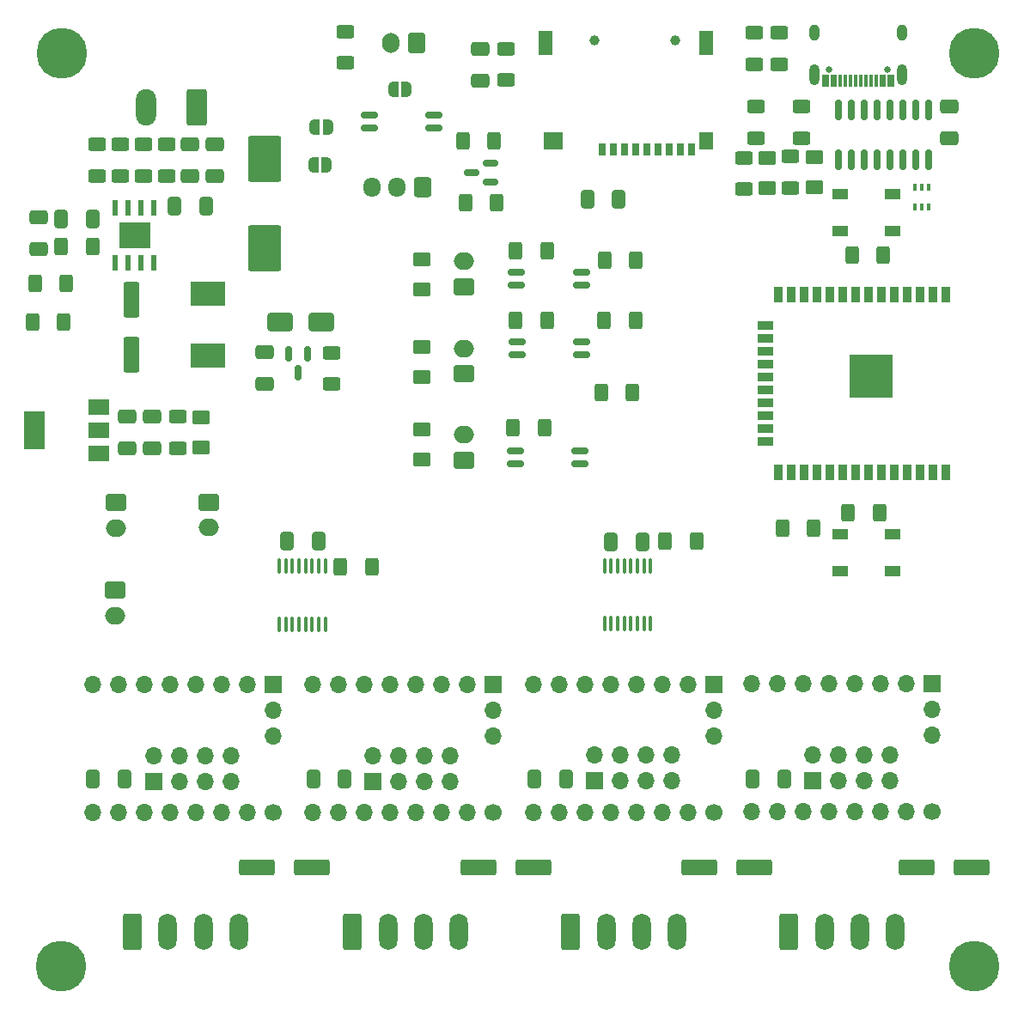
<source format=gbr>
%TF.GenerationSoftware,KiCad,Pcbnew,7.0.8*%
%TF.CreationDate,2023-11-01T12:09:58-04:00*%
%TF.ProjectId,ESP32_CNC,45535033-325f-4434-9e43-2e6b69636164,rev?*%
%TF.SameCoordinates,Original*%
%TF.FileFunction,Soldermask,Top*%
%TF.FilePolarity,Negative*%
%FSLAX46Y46*%
G04 Gerber Fmt 4.6, Leading zero omitted, Abs format (unit mm)*
G04 Created by KiCad (PCBNEW 7.0.8) date 2023-11-01 12:09:58*
%MOMM*%
%LPD*%
G01*
G04 APERTURE LIST*
G04 Aperture macros list*
%AMRoundRect*
0 Rectangle with rounded corners*
0 $1 Rounding radius*
0 $2 $3 $4 $5 $6 $7 $8 $9 X,Y pos of 4 corners*
0 Add a 4 corners polygon primitive as box body*
4,1,4,$2,$3,$4,$5,$6,$7,$8,$9,$2,$3,0*
0 Add four circle primitives for the rounded corners*
1,1,$1+$1,$2,$3*
1,1,$1+$1,$4,$5*
1,1,$1+$1,$6,$7*
1,1,$1+$1,$8,$9*
0 Add four rect primitives between the rounded corners*
20,1,$1+$1,$2,$3,$4,$5,0*
20,1,$1+$1,$4,$5,$6,$7,0*
20,1,$1+$1,$6,$7,$8,$9,0*
20,1,$1+$1,$8,$9,$2,$3,0*%
%AMFreePoly0*
4,1,19,0.500000,-0.750000,0.000000,-0.750000,0.000000,-0.744911,-0.071157,-0.744911,-0.207708,-0.704816,-0.327430,-0.627875,-0.420627,-0.520320,-0.479746,-0.390866,-0.500000,-0.250000,-0.500000,0.250000,-0.479746,0.390866,-0.420627,0.520320,-0.327430,0.627875,-0.207708,0.704816,-0.071157,0.744911,0.000000,0.744911,0.000000,0.750000,0.500000,0.750000,0.500000,-0.750000,0.500000,-0.750000,
$1*%
%AMFreePoly1*
4,1,19,0.000000,0.744911,0.071157,0.744911,0.207708,0.704816,0.327430,0.627875,0.420627,0.520320,0.479746,0.390866,0.500000,0.250000,0.500000,-0.250000,0.479746,-0.390866,0.420627,-0.520320,0.327430,-0.627875,0.207708,-0.704816,0.071157,-0.744911,0.000000,-0.744911,0.000000,-0.750000,-0.500000,-0.750000,-0.500000,0.750000,0.000000,0.750000,0.000000,0.744911,0.000000,0.744911,
$1*%
G04 Aperture macros list end*
%ADD10RoundRect,0.250000X-0.412500X-0.650000X0.412500X-0.650000X0.412500X0.650000X-0.412500X0.650000X0*%
%ADD11RoundRect,0.250000X1.500000X0.550000X-1.500000X0.550000X-1.500000X-0.550000X1.500000X-0.550000X0*%
%ADD12RoundRect,0.250000X-0.625000X0.400000X-0.625000X-0.400000X0.625000X-0.400000X0.625000X0.400000X0*%
%ADD13RoundRect,0.150000X-0.150000X0.587500X-0.150000X-0.587500X0.150000X-0.587500X0.150000X0.587500X0*%
%ADD14RoundRect,0.250000X-0.650000X0.412500X-0.650000X-0.412500X0.650000X-0.412500X0.650000X0.412500X0*%
%ADD15RoundRect,0.250001X0.624999X-0.462499X0.624999X0.462499X-0.624999X0.462499X-0.624999X-0.462499X0*%
%ADD16RoundRect,0.250000X-0.750000X0.600000X-0.750000X-0.600000X0.750000X-0.600000X0.750000X0.600000X0*%
%ADD17O,2.000000X1.700000*%
%ADD18C,0.650000*%
%ADD19R,0.300000X1.150000*%
%ADD20O,1.000000X2.100000*%
%ADD21O,1.000000X1.600000*%
%ADD22RoundRect,0.250000X0.625000X-0.400000X0.625000X0.400000X-0.625000X0.400000X-0.625000X-0.400000X0*%
%ADD23RoundRect,0.250000X-0.400000X-0.625000X0.400000X-0.625000X0.400000X0.625000X-0.400000X0.625000X0*%
%ADD24RoundRect,0.250000X0.400000X0.625000X-0.400000X0.625000X-0.400000X-0.625000X0.400000X-0.625000X0*%
%ADD25R,0.400000X0.650000*%
%ADD26RoundRect,0.250000X0.750000X-0.600000X0.750000X0.600000X-0.750000X0.600000X-0.750000X-0.600000X0*%
%ADD27C,0.800000*%
%ADD28C,5.000000*%
%ADD29R,1.700000X1.700000*%
%ADD30O,1.700000X1.700000*%
%ADD31R,0.600000X1.550000*%
%ADD32R,3.100000X2.600000*%
%ADD33R,1.600000X1.000000*%
%ADD34FreePoly0,0.000000*%
%ADD35FreePoly1,0.000000*%
%ADD36RoundRect,0.250000X-0.650000X-1.550000X0.650000X-1.550000X0.650000X1.550000X-0.650000X1.550000X0*%
%ADD37O,1.800000X3.600000*%
%ADD38RoundRect,0.100000X0.100000X-0.637500X0.100000X0.637500X-0.100000X0.637500X-0.100000X-0.637500X0*%
%ADD39RoundRect,0.250000X0.600000X0.750000X-0.600000X0.750000X-0.600000X-0.750000X0.600000X-0.750000X0*%
%ADD40O,1.700000X2.000000*%
%ADD41C,1.700000*%
%ADD42RoundRect,0.250000X-1.000000X-0.650000X1.000000X-0.650000X1.000000X0.650000X-1.000000X0.650000X0*%
%ADD43RoundRect,0.150000X-0.662500X-0.150000X0.662500X-0.150000X0.662500X0.150000X-0.662500X0.150000X0*%
%ADD44RoundRect,0.250000X0.412500X0.650000X-0.412500X0.650000X-0.412500X-0.650000X0.412500X-0.650000X0*%
%ADD45R,0.900000X1.500000*%
%ADD46R,1.500000X0.900000*%
%ADD47C,0.600000*%
%ADD48R,4.200000X4.200000*%
%ADD49RoundRect,0.150000X-0.150000X0.825000X-0.150000X-0.825000X0.150000X-0.825000X0.150000X0.825000X0*%
%ADD50RoundRect,0.250000X1.400000X2.000000X-1.400000X2.000000X-1.400000X-2.000000X1.400000X-2.000000X0*%
%ADD51R,3.500000X2.350000*%
%ADD52R,2.000000X1.500000*%
%ADD53R,2.000000X3.800000*%
%ADD54RoundRect,0.250000X0.650000X-0.412500X0.650000X0.412500X-0.650000X0.412500X-0.650000X-0.412500X0*%
%ADD55RoundRect,0.250000X0.600000X0.725000X-0.600000X0.725000X-0.600000X-0.725000X0.600000X-0.725000X0*%
%ADD56O,1.700000X1.950000*%
%ADD57RoundRect,0.150000X0.587500X0.150000X-0.587500X0.150000X-0.587500X-0.150000X0.587500X-0.150000X0*%
%ADD58C,0.999997*%
%ADD59R,0.700000X1.300000*%
%ADD60R,1.447800X1.651000*%
%ADD61R,1.447800X2.438400*%
%ADD62R,1.854200X1.651000*%
%ADD63RoundRect,0.250000X0.550000X-1.500000X0.550000X1.500000X-0.550000X1.500000X-0.550000X-1.500000X0*%
%ADD64RoundRect,0.250000X0.750000X1.550000X-0.750000X1.550000X-0.750000X-1.550000X0.750000X-1.550000X0*%
%ADD65O,2.000000X3.600000*%
G04 APERTURE END LIST*
D10*
%TO.C,C17*%
X102323500Y-66040000D03*
X105448500Y-66040000D03*
%TD*%
D11*
%TO.C,C6*%
X115903400Y-131279400D03*
X110503400Y-131279400D03*
%TD*%
D12*
%TO.C,R19*%
X97028000Y-59944000D03*
X97028000Y-63044000D03*
%TD*%
D11*
%TO.C,C10*%
X159503400Y-131279400D03*
X154103400Y-131279400D03*
%TD*%
D12*
%TO.C,R7*%
X164200000Y-56262500D03*
X164200000Y-59362500D03*
%TD*%
D13*
%TO.C,Q1*%
X115504000Y-80596500D03*
X113604000Y-80596500D03*
X114554000Y-82471500D03*
%TD*%
D14*
%TO.C,C2*%
X178700000Y-56237500D03*
X178700000Y-59362500D03*
%TD*%
D15*
%TO.C,D1*%
X105004000Y-89867300D03*
X105004000Y-86892300D03*
%TD*%
D16*
%TO.C,J10*%
X105731800Y-95219200D03*
D17*
X105731800Y-97719200D03*
%TD*%
D18*
%TO.C,P1*%
X172640000Y-52605000D03*
X166860000Y-52605000D03*
D19*
X173100000Y-53670000D03*
X172300000Y-53670000D03*
X171000000Y-53670000D03*
X170000000Y-53670000D03*
X169500000Y-53670000D03*
X168500000Y-53670000D03*
X167200000Y-53670000D03*
X166400000Y-53670000D03*
X166700000Y-53670000D03*
X167500000Y-53670000D03*
X168000000Y-53670000D03*
X169000000Y-53670000D03*
X170500000Y-53670000D03*
X171500000Y-53670000D03*
X172000000Y-53670000D03*
X172800000Y-53670000D03*
D20*
X174070000Y-53105000D03*
D21*
X174070000Y-48925000D03*
D20*
X165430000Y-53105000D03*
D21*
X165430000Y-48925000D03*
%TD*%
D22*
%TO.C,R1*%
X159500000Y-52050000D03*
X159500000Y-48950000D03*
%TD*%
D23*
%TO.C,R10*%
X169138000Y-70866000D03*
X172238000Y-70866000D03*
%TD*%
%TO.C,R12*%
X118719000Y-101600000D03*
X121819000Y-101600000D03*
%TD*%
%TO.C,R30*%
X144754000Y-71374000D03*
X147854000Y-71374000D03*
%TD*%
D24*
%TO.C,R21*%
X165380000Y-97816000D03*
X162280000Y-97816000D03*
%TD*%
D25*
%TO.C,Q3*%
X176672000Y-64201000D03*
X176022000Y-64201000D03*
X175372000Y-64201000D03*
X175372000Y-66101000D03*
X176022000Y-66101000D03*
X176672000Y-66101000D03*
%TD*%
D15*
%TO.C,D7*%
X126746000Y-82894500D03*
X126746000Y-79919500D03*
%TD*%
D12*
%TO.C,R8*%
X117856000Y-80492000D03*
X117856000Y-83592000D03*
%TD*%
D14*
%TO.C,C1*%
X100113000Y-86829500D03*
X100113000Y-89954500D03*
%TD*%
D26*
%TO.C,J3*%
X130894600Y-73995600D03*
D17*
X130894600Y-71495600D03*
%TD*%
D27*
%TO.C,H2*%
X89325000Y-141000000D03*
X89874175Y-139674175D03*
X89874175Y-142325825D03*
X91200000Y-139125000D03*
D28*
X91200000Y-141000000D03*
D27*
X91200000Y-142875000D03*
X92525825Y-139674175D03*
X92525825Y-142325825D03*
X93075000Y-141000000D03*
%TD*%
D29*
%TO.C,J16*%
X121920000Y-122732800D03*
D30*
X121920000Y-120192800D03*
X124460000Y-122732800D03*
X124460000Y-120192800D03*
X127000000Y-122732800D03*
X127000000Y-120192800D03*
X129540000Y-122732800D03*
X129540000Y-120192800D03*
%TD*%
D12*
%TO.C,R9*%
X119227600Y-48817600D03*
X119227600Y-51917600D03*
%TD*%
D31*
%TO.C,U10*%
X100330000Y-66228000D03*
X99060000Y-66228000D03*
X97790000Y-66228000D03*
X96520000Y-66228000D03*
X96520000Y-71628000D03*
X97790000Y-71628000D03*
X99060000Y-71628000D03*
X100330000Y-71628000D03*
D32*
X98425000Y-68928000D03*
%TD*%
D33*
%TO.C,SW2*%
X173111000Y-102053000D03*
X168011000Y-102053000D03*
X173111000Y-98353000D03*
X168011000Y-98353000D03*
%TD*%
D34*
%TO.C,JP3*%
X116190000Y-58216800D03*
D35*
X117490000Y-58216800D03*
%TD*%
D16*
%TO.C,J11*%
X96486200Y-103906000D03*
D17*
X96486200Y-106406000D03*
%TD*%
D36*
%TO.C,J6*%
X119908400Y-137546900D03*
D37*
X123408400Y-137546900D03*
X126908400Y-137546900D03*
X130408400Y-137546900D03*
%TD*%
D38*
%TO.C,U4*%
X112668600Y-107256500D03*
X113318600Y-107256500D03*
X113968600Y-107256500D03*
X114618600Y-107256500D03*
X115268600Y-107256500D03*
X115918600Y-107256500D03*
X116568600Y-107256500D03*
X117218600Y-107256500D03*
X117218600Y-101531500D03*
X116568600Y-101531500D03*
X115918600Y-101531500D03*
X115268600Y-101531500D03*
X114618600Y-101531500D03*
X113968600Y-101531500D03*
X113318600Y-101531500D03*
X112668600Y-101531500D03*
%TD*%
D23*
%TO.C,R16*%
X88620000Y-73660000D03*
X91720000Y-73660000D03*
%TD*%
D39*
%TO.C,J2*%
X126198000Y-49936400D03*
D40*
X123698000Y-49936400D03*
%TD*%
D12*
%TO.C,R4*%
X158500000Y-61262500D03*
X158500000Y-64362500D03*
%TD*%
D29*
%TO.C,U9*%
X176993400Y-113129400D03*
D30*
X174453400Y-113129400D03*
X171913400Y-113129400D03*
X169373400Y-113129400D03*
X166833400Y-113129400D03*
X164293400Y-113129400D03*
X161753400Y-113129400D03*
X159213400Y-113129400D03*
X159213400Y-125729400D03*
X161753400Y-125729400D03*
X164293400Y-125729400D03*
X166833400Y-125729400D03*
X169373400Y-125729400D03*
X171913400Y-125729400D03*
X174453400Y-125729400D03*
D41*
X176993400Y-125729400D03*
D30*
X176993400Y-118209400D03*
X176993400Y-115669400D03*
%TD*%
D24*
%TO.C,R17*%
X94298500Y-69997500D03*
X91198500Y-69997500D03*
%TD*%
D12*
%TO.C,R2*%
X162000000Y-48950000D03*
X162000000Y-52050000D03*
%TD*%
D42*
%TO.C,D5*%
X112808000Y-77470000D03*
X116808000Y-77470000D03*
%TD*%
D43*
%TO.C,U12*%
X136068200Y-72542400D03*
X136068200Y-73812400D03*
X142443200Y-73812400D03*
X142443200Y-72542400D03*
%TD*%
D23*
%TO.C,R15*%
X88366000Y-77470000D03*
X91466000Y-77470000D03*
%TD*%
%TO.C,R32*%
X144398400Y-84429600D03*
X147498400Y-84429600D03*
%TD*%
%TO.C,R31*%
X144703200Y-77266800D03*
X147803200Y-77266800D03*
%TD*%
D12*
%TO.C,R29*%
X135026400Y-50520000D03*
X135026400Y-53620000D03*
%TD*%
D44*
%TO.C,C14*%
X146162500Y-65400000D03*
X143037500Y-65400000D03*
%TD*%
D34*
%TO.C,JP1*%
X116078000Y-61976000D03*
D35*
X117378000Y-61976000D03*
%TD*%
D36*
%TO.C,J8*%
X162908400Y-137546900D03*
D37*
X166408400Y-137546900D03*
X169908400Y-137546900D03*
X173408400Y-137546900D03*
%TD*%
D10*
%TO.C,C11*%
X137828400Y-122529400D03*
X140953400Y-122529400D03*
%TD*%
D44*
%TO.C,C4*%
X148477700Y-99143200D03*
X145352700Y-99143200D03*
%TD*%
D12*
%TO.C,R5*%
X163100000Y-61162500D03*
X163100000Y-64262500D03*
%TD*%
D43*
%TO.C,U11*%
X121564400Y-57048400D03*
X121564400Y-58318400D03*
X127939400Y-58318400D03*
X127939400Y-57048400D03*
%TD*%
D26*
%TO.C,J9*%
X130843800Y-91064400D03*
D17*
X130843800Y-88564400D03*
%TD*%
D14*
%TO.C,C16*%
X103886000Y-59931500D03*
X103886000Y-63056500D03*
%TD*%
D24*
%TO.C,R13*%
X153823000Y-99060000D03*
X150723000Y-99060000D03*
%TD*%
D26*
%TO.C,J4*%
X130843800Y-82580800D03*
D17*
X130843800Y-80080800D03*
%TD*%
D45*
%TO.C,U3*%
X178348000Y-74750000D03*
X177078000Y-74750000D03*
X175808000Y-74750000D03*
X174538000Y-74750000D03*
X173268000Y-74750000D03*
X171998000Y-74750000D03*
X170728000Y-74750000D03*
X169458000Y-74750000D03*
X168188000Y-74750000D03*
X166918000Y-74750000D03*
X165648000Y-74750000D03*
X164378000Y-74750000D03*
X163108000Y-74750000D03*
X161838000Y-74750000D03*
D46*
X160588000Y-77790000D03*
X160588000Y-79060000D03*
X160588000Y-80330000D03*
X160588000Y-81600000D03*
X160588000Y-82870000D03*
X160588000Y-84140000D03*
X160588000Y-85410000D03*
X160588000Y-86680000D03*
X160588000Y-87950000D03*
X160588000Y-89220000D03*
D45*
X161838000Y-92250000D03*
X163108000Y-92250000D03*
X164378000Y-92250000D03*
X165648000Y-92250000D03*
X166918000Y-92250000D03*
X168188000Y-92250000D03*
X169458000Y-92250000D03*
X170728000Y-92250000D03*
X171998000Y-92250000D03*
X173268000Y-92250000D03*
X174538000Y-92250000D03*
X175808000Y-92250000D03*
X177078000Y-92250000D03*
X178348000Y-92250000D03*
D47*
X171770500Y-81295000D03*
X170245500Y-81295000D03*
X172533000Y-82057500D03*
X171008000Y-82057500D03*
X169483000Y-82057500D03*
X171770500Y-82820000D03*
D48*
X171008000Y-82820000D03*
D47*
X170245500Y-82820000D03*
X172533000Y-83582500D03*
X171008000Y-83582500D03*
X169483000Y-83582500D03*
X171770500Y-84345000D03*
X170245500Y-84345000D03*
%TD*%
D15*
%TO.C,D2*%
X160800000Y-64250000D03*
X160800000Y-61275000D03*
%TD*%
D14*
%TO.C,C15*%
X106299000Y-59931500D03*
X106299000Y-63056500D03*
%TD*%
D27*
%TO.C,H4*%
X179325000Y-51000000D03*
X179874175Y-49674175D03*
X179874175Y-52325825D03*
X181200000Y-49125000D03*
D28*
X181200000Y-51000000D03*
D27*
X181200000Y-52875000D03*
X182525825Y-49674175D03*
X182525825Y-52325825D03*
X183075000Y-51000000D03*
%TD*%
D36*
%TO.C,J5*%
X98208400Y-137546900D03*
D37*
X101708400Y-137546900D03*
X105208400Y-137546900D03*
X108708400Y-137546900D03*
%TD*%
D22*
%TO.C,R6*%
X159700000Y-59362500D03*
X159700000Y-56262500D03*
%TD*%
D49*
%TO.C,U2*%
X176695000Y-56525000D03*
X175425000Y-56525000D03*
X174155000Y-56525000D03*
X172885000Y-56525000D03*
X171615000Y-56525000D03*
X170345000Y-56525000D03*
X169075000Y-56525000D03*
X167805000Y-56525000D03*
X167805000Y-61475000D03*
X169075000Y-61475000D03*
X170345000Y-61475000D03*
X171615000Y-61475000D03*
X172885000Y-61475000D03*
X174155000Y-61475000D03*
X175425000Y-61475000D03*
X176695000Y-61475000D03*
%TD*%
D50*
%TO.C,D4*%
X111252000Y-70186000D03*
X111252000Y-61386000D03*
%TD*%
D51*
%TO.C,L1*%
X105613200Y-74699000D03*
X105613200Y-80749000D03*
%TD*%
D27*
%TO.C,H1*%
X89375000Y-51000000D03*
X89924175Y-49674175D03*
X89924175Y-52325825D03*
X91250000Y-49125000D03*
D28*
X91250000Y-51000000D03*
D27*
X91250000Y-52875000D03*
X92575825Y-49674175D03*
X92575825Y-52325825D03*
X93125000Y-51000000D03*
%TD*%
D23*
%TO.C,R27*%
X135737000Y-87884000D03*
X138837000Y-87884000D03*
%TD*%
D14*
%TO.C,C21*%
X111252000Y-80479500D03*
X111252000Y-83604500D03*
%TD*%
D29*
%TO.C,U6*%
X112053400Y-113179400D03*
D30*
X109513400Y-113179400D03*
X106973400Y-113179400D03*
X104433400Y-113179400D03*
X101893400Y-113179400D03*
X99353400Y-113179400D03*
X96813400Y-113179400D03*
X94273400Y-113179400D03*
X94273400Y-125779400D03*
X96813400Y-125779400D03*
X99353400Y-125779400D03*
X101893400Y-125779400D03*
X104433400Y-125779400D03*
X106973400Y-125779400D03*
X109513400Y-125779400D03*
D41*
X112053400Y-125779400D03*
D30*
X112053400Y-118259400D03*
X112053400Y-115719400D03*
%TD*%
D52*
%TO.C,U1*%
X94869000Y-90424000D03*
X94869000Y-88124000D03*
X94869000Y-85824000D03*
D53*
X88569000Y-88124000D03*
%TD*%
D43*
%TO.C,U13*%
X136093200Y-79425800D03*
X136093200Y-80695800D03*
X142468200Y-80695800D03*
X142468200Y-79425800D03*
%TD*%
D15*
%TO.C,D3*%
X165400000Y-64200000D03*
X165400000Y-61225000D03*
%TD*%
D14*
%TO.C,C7*%
X97663000Y-86829500D03*
X97663000Y-89954500D03*
%TD*%
D43*
%TO.C,U14*%
X135953700Y-90170000D03*
X135953700Y-91440000D03*
X142328700Y-91440000D03*
X142328700Y-90170000D03*
%TD*%
D11*
%TO.C,C12*%
X180903400Y-131279400D03*
X175503400Y-131279400D03*
%TD*%
D54*
%TO.C,C22*%
X132461000Y-53671000D03*
X132461000Y-50546000D03*
%TD*%
D15*
%TO.C,D8*%
X126746000Y-91022500D03*
X126746000Y-88047500D03*
%TD*%
D34*
%TO.C,JP2*%
X123911600Y-54508400D03*
D35*
X125211600Y-54508400D03*
%TD*%
D10*
%TO.C,C19*%
X91186000Y-67310000D03*
X94311000Y-67310000D03*
%TD*%
D55*
%TO.C,J14*%
X126807600Y-64177400D03*
D56*
X124307600Y-64177400D03*
X121807600Y-64177400D03*
%TD*%
D23*
%TO.C,R25*%
X135965600Y-77317600D03*
X139065600Y-77317600D03*
%TD*%
D54*
%TO.C,C18*%
X88998500Y-70310000D03*
X88998500Y-67185000D03*
%TD*%
D57*
%TO.C,Q4*%
X133497800Y-63688000D03*
X133497800Y-61788000D03*
X131622800Y-62738000D03*
%TD*%
D10*
%TO.C,C9*%
X116028400Y-122529400D03*
X119153400Y-122529400D03*
%TD*%
D24*
%TO.C,R11*%
X171857000Y-96266000D03*
X168757000Y-96266000D03*
%TD*%
D58*
%TO.C,MICRO_SD1*%
X151753800Y-49719400D03*
X143778200Y-49719400D03*
D59*
X144520200Y-60423800D03*
X145620200Y-60423800D03*
X146720200Y-60423800D03*
X147820200Y-60423800D03*
X148920200Y-60423800D03*
X150020200Y-60423800D03*
X151120200Y-60423800D03*
X152220200Y-60423800D03*
X153320200Y-60423800D03*
D60*
X154738600Y-59650000D03*
D61*
X154738600Y-49950000D03*
X138913800Y-49950000D03*
D62*
X139688800Y-59650000D03*
%TD*%
D63*
%TO.C,C20*%
X98113200Y-80678000D03*
X98113200Y-75278000D03*
%TD*%
D29*
%TO.C,J18*%
X165252400Y-122682000D03*
D30*
X165252400Y-120142000D03*
X167792400Y-122682000D03*
X167792400Y-120142000D03*
X170332400Y-122682000D03*
X170332400Y-120142000D03*
X172872400Y-122682000D03*
X172872400Y-120142000D03*
%TD*%
D23*
%TO.C,R23*%
X135965600Y-70408800D03*
X139065600Y-70408800D03*
%TD*%
D12*
%TO.C,R14*%
X94742000Y-59944000D03*
X94742000Y-63044000D03*
%TD*%
D15*
%TO.C,D6*%
X126746000Y-74258500D03*
X126746000Y-71283500D03*
%TD*%
D22*
%TO.C,R20*%
X99314000Y-63044000D03*
X99314000Y-59944000D03*
%TD*%
D10*
%TO.C,C3*%
X94303400Y-122529400D03*
X97428400Y-122529400D03*
%TD*%
D11*
%TO.C,C8*%
X137703400Y-131279400D03*
X132303400Y-131279400D03*
%TD*%
D29*
%TO.C,J15*%
X100330000Y-122732800D03*
D30*
X100330000Y-120192800D03*
X102870000Y-122732800D03*
X102870000Y-120192800D03*
X105410000Y-122732800D03*
X105410000Y-120192800D03*
X107950000Y-122732800D03*
X107950000Y-120192800D03*
%TD*%
D16*
%TO.C,J12*%
X96570800Y-95290000D03*
D17*
X96570800Y-97790000D03*
%TD*%
D27*
%TO.C,H3*%
X179325000Y-141000000D03*
X179874175Y-139674175D03*
X179874175Y-142325825D03*
X181200000Y-139125000D03*
D28*
X181200000Y-141000000D03*
D27*
X181200000Y-142875000D03*
X182525825Y-139674175D03*
X182525825Y-142325825D03*
X183075000Y-141000000D03*
%TD*%
D64*
%TO.C,J1*%
X104562500Y-56277500D03*
D65*
X99562500Y-56277500D03*
%TD*%
D36*
%TO.C,J7*%
X141408400Y-137546900D03*
D37*
X144908400Y-137546900D03*
X148408400Y-137546900D03*
X151908400Y-137546900D03*
%TD*%
D29*
%TO.C,J17*%
X143764000Y-122682000D03*
D30*
X143764000Y-120142000D03*
X146304000Y-122682000D03*
X146304000Y-120142000D03*
X148844000Y-122682000D03*
X148844000Y-120142000D03*
X151384000Y-122682000D03*
X151384000Y-120142000D03*
%TD*%
D10*
%TO.C,C5*%
X113481100Y-99094000D03*
X116606100Y-99094000D03*
%TD*%
D12*
%TO.C,R3*%
X102654000Y-86829800D03*
X102654000Y-89929800D03*
%TD*%
D23*
%TO.C,R36*%
X130784000Y-59639200D03*
X133884000Y-59639200D03*
%TD*%
%TO.C,R35*%
X131038000Y-65735200D03*
X134138000Y-65735200D03*
%TD*%
D33*
%TO.C,SW1*%
X168011000Y-64825000D03*
X173111000Y-64825000D03*
X168011000Y-68525000D03*
X173111000Y-68525000D03*
%TD*%
D29*
%TO.C,U7*%
X133803400Y-113179400D03*
D30*
X131263400Y-113179400D03*
X128723400Y-113179400D03*
X126183400Y-113179400D03*
X123643400Y-113179400D03*
X121103400Y-113179400D03*
X118563400Y-113179400D03*
X116023400Y-113179400D03*
X116023400Y-125779400D03*
X118563400Y-125779400D03*
X121103400Y-125779400D03*
X123643400Y-125779400D03*
X126183400Y-125779400D03*
X128723400Y-125779400D03*
X131263400Y-125779400D03*
D41*
X133803400Y-125779400D03*
D30*
X133803400Y-118259400D03*
X133803400Y-115719400D03*
%TD*%
D10*
%TO.C,C13*%
X159303400Y-122529400D03*
X162428400Y-122529400D03*
%TD*%
D29*
%TO.C,U8*%
X155553400Y-113179400D03*
D30*
X153013400Y-113179400D03*
X150473400Y-113179400D03*
X147933400Y-113179400D03*
X145393400Y-113179400D03*
X142853400Y-113179400D03*
X140313400Y-113179400D03*
X137773400Y-113179400D03*
X137773400Y-125779400D03*
X140313400Y-125779400D03*
X142853400Y-125779400D03*
X145393400Y-125779400D03*
X147933400Y-125779400D03*
X150473400Y-125779400D03*
X153013400Y-125779400D03*
D41*
X155553400Y-125779400D03*
D30*
X155553400Y-118259400D03*
X155553400Y-115719400D03*
%TD*%
D12*
%TO.C,R18*%
X101600000Y-59944000D03*
X101600000Y-63044000D03*
%TD*%
D38*
%TO.C,U5*%
X144740200Y-107205700D03*
X145390200Y-107205700D03*
X146040200Y-107205700D03*
X146690200Y-107205700D03*
X147340200Y-107205700D03*
X147990200Y-107205700D03*
X148640200Y-107205700D03*
X149290200Y-107205700D03*
X149290200Y-101480700D03*
X148640200Y-101480700D03*
X147990200Y-101480700D03*
X147340200Y-101480700D03*
X146690200Y-101480700D03*
X146040200Y-101480700D03*
X145390200Y-101480700D03*
X144740200Y-101480700D03*
%TD*%
M02*

</source>
